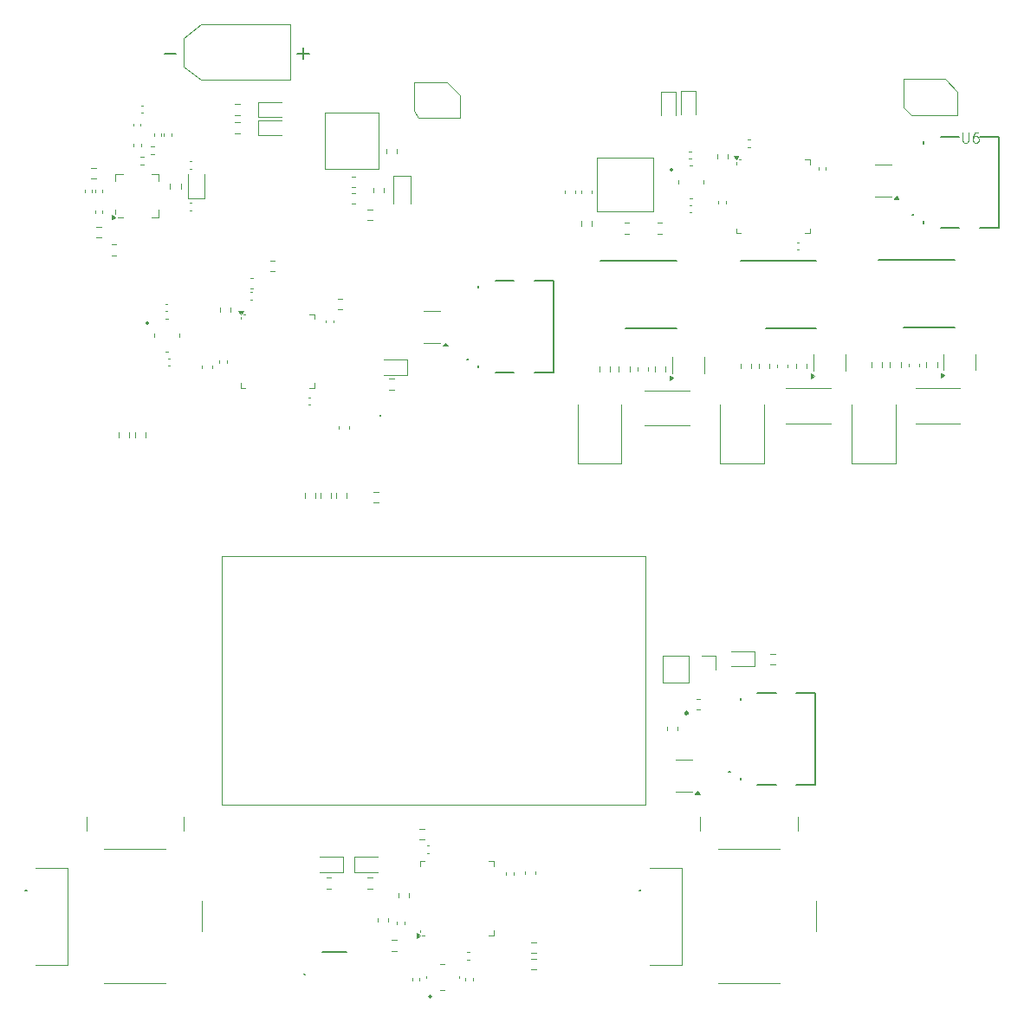
<source format=gbr>
%TF.GenerationSoftware,KiCad,Pcbnew,8.0.5*%
%TF.CreationDate,2024-10-20T13:56:42+02:00*%
%TF.ProjectId,Flight_Controller,466c6967-6874-45f4-936f-6e74726f6c6c,rev?*%
%TF.SameCoordinates,Original*%
%TF.FileFunction,Legend,Top*%
%TF.FilePolarity,Positive*%
%FSLAX46Y46*%
G04 Gerber Fmt 4.6, Leading zero omitted, Abs format (unit mm)*
G04 Created by KiCad (PCBNEW 8.0.5) date 2024-10-20 13:56:42*
%MOMM*%
%LPD*%
G01*
G04 APERTURE LIST*
%ADD10C,0.100000*%
%ADD11C,0.150000*%
%ADD12C,0.120000*%
%ADD13C,0.200000*%
%ADD14C,0.250000*%
G04 APERTURE END LIST*
D10*
X104938095Y-25339576D02*
X104938095Y-26149099D01*
X104938095Y-26149099D02*
X104985714Y-26244337D01*
X104985714Y-26244337D02*
X105033333Y-26291957D01*
X105033333Y-26291957D02*
X105128571Y-26339576D01*
X105128571Y-26339576D02*
X105319047Y-26339576D01*
X105319047Y-26339576D02*
X105414285Y-26291957D01*
X105414285Y-26291957D02*
X105461904Y-26244337D01*
X105461904Y-26244337D02*
X105509523Y-26149099D01*
X105509523Y-26149099D02*
X105509523Y-25339576D01*
X106414285Y-25339576D02*
X106223809Y-25339576D01*
X106223809Y-25339576D02*
X106128571Y-25387195D01*
X106128571Y-25387195D02*
X106080952Y-25434814D01*
X106080952Y-25434814D02*
X105985714Y-25577671D01*
X105985714Y-25577671D02*
X105938095Y-25768147D01*
X105938095Y-25768147D02*
X105938095Y-26149099D01*
X105938095Y-26149099D02*
X105985714Y-26244337D01*
X105985714Y-26244337D02*
X106033333Y-26291957D01*
X106033333Y-26291957D02*
X106128571Y-26339576D01*
X106128571Y-26339576D02*
X106319047Y-26339576D01*
X106319047Y-26339576D02*
X106414285Y-26291957D01*
X106414285Y-26291957D02*
X106461904Y-26244337D01*
X106461904Y-26244337D02*
X106509523Y-26149099D01*
X106509523Y-26149099D02*
X106509523Y-25911004D01*
X106509523Y-25911004D02*
X106461904Y-25815766D01*
X106461904Y-25815766D02*
X106414285Y-25768147D01*
X106414285Y-25768147D02*
X106319047Y-25720528D01*
X106319047Y-25720528D02*
X106128571Y-25720528D01*
X106128571Y-25720528D02*
X106033333Y-25768147D01*
X106033333Y-25768147D02*
X105985714Y-25815766D01*
X105985714Y-25815766D02*
X105938095Y-25911004D01*
D11*
X39928571Y-17614700D02*
X41071429Y-17614700D01*
X40500000Y-18186128D02*
X40500000Y-17043271D01*
X26928571Y-17614700D02*
X28071429Y-17614700D01*
D10*
%TO.C,REF\u002A\u002A*%
X51325000Y-20425000D02*
X54575000Y-20425000D01*
X51325000Y-23200000D02*
X51325000Y-20425000D01*
X51775000Y-23925000D02*
X51325000Y-23200000D01*
X54575000Y-20425000D02*
X55825000Y-21675000D01*
X55825000Y-21675000D02*
X55825000Y-23925000D01*
X55825000Y-23925000D02*
X51775000Y-23925000D01*
D12*
%TO.C,J_VBAT1*%
X32379000Y-42881258D02*
X32379000Y-42406742D01*
X33424000Y-42881258D02*
X33424000Y-42406742D01*
%TO.C,C21*%
X88742164Y-36067157D02*
X88957836Y-36067157D01*
X88742164Y-36787157D02*
X88957836Y-36787157D01*
D10*
%TO.C,U6*%
X99200000Y-20132157D02*
X103200000Y-20132157D01*
X99200000Y-22882157D02*
X99200000Y-20132157D01*
X99950000Y-23632157D02*
X99200000Y-22882157D01*
X103200000Y-20132157D02*
X104450000Y-21382157D01*
X104450000Y-21382157D02*
X104450000Y-23632157D01*
X104450000Y-23632157D02*
X99950000Y-23632157D01*
D12*
%TO.C,R_FBT1*%
X72347258Y-34184657D02*
X71872742Y-34184657D01*
X72347258Y-35229657D02*
X71872742Y-35229657D01*
D10*
%TO.C,L2*%
X69210000Y-27767157D02*
X74690000Y-27767157D01*
X69210000Y-33047157D02*
X69210000Y-27767157D01*
X74690000Y-27767157D02*
X74690000Y-33047157D01*
X74690000Y-33047157D02*
X69210000Y-33047157D01*
D12*
X24903641Y-27690000D02*
X24596359Y-27690000D01*
X24903641Y-28450000D02*
X24596359Y-28450000D01*
%TO.C,D5*%
X75465000Y-21372157D02*
X75465000Y-23657157D01*
X76935000Y-21372157D02*
X75465000Y-21372157D01*
X76935000Y-23657157D02*
X76935000Y-21372157D01*
%TO.C,J_3V3*%
X67677500Y-34019899D02*
X67677500Y-34494415D01*
X68722500Y-34019899D02*
X68722500Y-34494415D01*
%TO.C,R11*%
X97827500Y-47819899D02*
X97827500Y-48294415D01*
X98872500Y-47819899D02*
X98872500Y-48294415D01*
%TO.C,C30*%
X20140000Y-30962164D02*
X20140000Y-31177836D01*
X20860000Y-30962164D02*
X20860000Y-31177836D01*
D13*
%TO.C,J1*%
X100040000Y-33407157D02*
X100040000Y-33407157D01*
X100040000Y-33407157D02*
X100040000Y-33407157D01*
X100140000Y-33407157D02*
X100140000Y-33407157D01*
X101150000Y-26407157D02*
X101150000Y-26207157D01*
X101155000Y-34207157D02*
X101150000Y-34007157D01*
X102828000Y-34677157D02*
X104628000Y-34677157D01*
X104628000Y-25737157D02*
X102828000Y-25737157D01*
X106628000Y-34677157D02*
X108505000Y-34677157D01*
X108505000Y-25737157D02*
X106628000Y-25737157D01*
X108505000Y-34677157D02*
X108505000Y-25737157D01*
X100040000Y-33407157D02*
G75*
G02*
X100140000Y-33407157I50000J0D01*
G01*
X100140000Y-33407157D02*
G75*
G02*
X100040000Y-33407157I-50000J0D01*
G01*
X100140000Y-33407157D02*
G75*
G02*
X100040000Y-33407157I-50000J0D01*
G01*
D12*
%TO.C,C7*%
X40983664Y-51236000D02*
X41199336Y-51236000D01*
X40983664Y-51956000D02*
X41199336Y-51956000D01*
D13*
%TO.C,J1*%
X82100000Y-87800000D02*
X82100000Y-87800000D01*
X82100000Y-87800000D02*
X82100000Y-87800000D01*
X82200000Y-87800000D02*
X82200000Y-87800000D01*
X83210000Y-80800000D02*
X83210000Y-80600000D01*
X83215000Y-88600000D02*
X83210000Y-88400000D01*
X84888000Y-89070000D02*
X86688000Y-89070000D01*
X86688000Y-80130000D02*
X84888000Y-80130000D01*
X88688000Y-89070000D02*
X90565000Y-89070000D01*
X90565000Y-80130000D02*
X88688000Y-80130000D01*
X90565000Y-89070000D02*
X90565000Y-80130000D01*
X82100000Y-87800000D02*
G75*
G02*
X82200000Y-87800000I50000J0D01*
G01*
X82200000Y-87800000D02*
G75*
G02*
X82100000Y-87800000I-50000J0D01*
G01*
X82200000Y-87800000D02*
G75*
G02*
X82100000Y-87800000I-50000J0D01*
G01*
D12*
%TO.C,R20*%
X74827500Y-48219899D02*
X74827500Y-48694415D01*
X75872500Y-48219899D02*
X75872500Y-48694415D01*
%TO.C,R16*%
X22237258Y-36297500D02*
X21762742Y-36297500D01*
X22237258Y-37342500D02*
X21762742Y-37342500D01*
%TO.C,R13*%
X42153500Y-61037258D02*
X42153500Y-60562742D01*
X43198500Y-61037258D02*
X43198500Y-60562742D01*
%TO.C,R17*%
X20237258Y-28797500D02*
X19762742Y-28797500D01*
X20237258Y-29842500D02*
X19762742Y-29842500D01*
%TO.C,R16*%
X83227500Y-48394415D02*
X83227500Y-47919899D01*
X84272500Y-48394415D02*
X84272500Y-47919899D01*
%TO.C,R1*%
X104697064Y-50347157D02*
X100342936Y-50347157D01*
X104697064Y-53767157D02*
X100342936Y-53767157D01*
D13*
%TO.C,S1*%
X13345000Y-99437500D02*
X13345000Y-99437500D01*
X13455000Y-99437500D02*
X13455000Y-99437500D01*
X13455000Y-99437500D02*
X13455000Y-99437500D01*
D10*
X14355000Y-97187500D02*
X14355000Y-97187500D01*
X14355000Y-97187500D02*
X17480000Y-97187500D01*
X14355000Y-106687500D02*
X14355000Y-106687500D01*
X14355000Y-106687500D02*
X17480000Y-106687500D01*
X17480000Y-97187500D02*
X14355000Y-97187500D01*
X17480000Y-97187500D02*
X17480000Y-97187500D01*
X17480000Y-97187500D02*
X17480000Y-97187500D01*
X17480000Y-97187500D02*
X17480000Y-106687500D01*
X17480000Y-97687500D02*
X17480000Y-97687500D01*
X17480000Y-97687500D02*
X17480000Y-106187500D01*
X17480000Y-106187500D02*
X17480000Y-97687500D01*
X17480000Y-106187500D02*
X17480000Y-106187500D01*
X17480000Y-106687500D02*
X14355000Y-106687500D01*
X17480000Y-106687500D02*
X17480000Y-97187500D01*
X17480000Y-106687500D02*
X17480000Y-106687500D01*
X17480000Y-106687500D02*
X17480000Y-106687500D01*
X19305000Y-92237500D02*
X19305000Y-92237500D01*
X19305000Y-92237500D02*
X19305000Y-93612500D01*
X19305000Y-93612500D02*
X19305000Y-92237500D01*
X19305000Y-93612500D02*
X19305000Y-93612500D01*
X21055000Y-95362500D02*
X21055000Y-95362500D01*
X21055000Y-95362500D02*
X21055000Y-95362500D01*
X21055000Y-95362500D02*
X27055000Y-95362500D01*
X21055000Y-95362500D02*
X27055000Y-95362500D01*
X21055000Y-108512500D02*
X21055000Y-108512500D01*
X21055000Y-108512500D02*
X27055000Y-108512500D01*
X27055000Y-95362500D02*
X21055000Y-95362500D01*
X27055000Y-95362500D02*
X21055000Y-95362500D01*
X27055000Y-95362500D02*
X27055000Y-95362500D01*
X27055000Y-95362500D02*
X27055000Y-95362500D01*
X27055000Y-108512500D02*
X21055000Y-108512500D01*
X27055000Y-108512500D02*
X27055000Y-108512500D01*
X28805000Y-92237500D02*
X28805000Y-92237500D01*
X28805000Y-92237500D02*
X28805000Y-93612500D01*
X28805000Y-93612500D02*
X28805000Y-92237500D01*
X28805000Y-93612500D02*
X28805000Y-93612500D01*
X30630000Y-100437500D02*
X30630000Y-100437500D01*
X30630000Y-100437500D02*
X30630000Y-103437500D01*
X30630000Y-103437500D02*
X30630000Y-100437500D01*
X30630000Y-103437500D02*
X30630000Y-103437500D01*
D13*
X13345000Y-99437500D02*
G75*
G02*
X13455000Y-99437500I55000J0D01*
G01*
X13345000Y-99437500D02*
G75*
G02*
X13455000Y-99437500I55000J0D01*
G01*
X13455000Y-99437500D02*
G75*
G02*
X13345000Y-99437500I-55000J0D01*
G01*
D12*
%TO.C,C6*%
X32287500Y-47616164D02*
X32287500Y-47831836D01*
X33007500Y-47616164D02*
X33007500Y-47831836D01*
%TO.C,Y2*%
X29200000Y-29370000D02*
X29200000Y-31770000D01*
X29200000Y-31770000D02*
X30800000Y-31770000D01*
X30800000Y-31770000D02*
X30800000Y-29370000D01*
%TO.C,BT1*%
X75605000Y-76470000D02*
X75605000Y-79130000D01*
X78205000Y-76470000D02*
X75605000Y-76470000D01*
X78205000Y-76470000D02*
X78205000Y-79130000D01*
X78205000Y-79130000D02*
X75605000Y-79130000D01*
X79475000Y-76470000D02*
X80805000Y-76470000D01*
X80805000Y-76470000D02*
X80805000Y-77800000D01*
%TO.C,C15*%
X27267664Y-47426000D02*
X27483336Y-47426000D01*
X27267664Y-48146000D02*
X27483336Y-48146000D01*
%TO.C,C20*%
X84157836Y-26047157D02*
X83942164Y-26047157D01*
X84157836Y-26767157D02*
X83942164Y-26767157D01*
%TO.C,C33*%
X29392164Y-28140000D02*
X29607836Y-28140000D01*
X29392164Y-28860000D02*
X29607836Y-28860000D01*
%TO.C,C16*%
X27229336Y-42092000D02*
X27013664Y-42092000D01*
X27229336Y-42812000D02*
X27013664Y-42812000D01*
%TO.C,R_FBB1*%
X75587258Y-34184657D02*
X75112742Y-34184657D01*
X75587258Y-35229657D02*
X75112742Y-35229657D01*
%TO.C,R5*%
X86637258Y-76277500D02*
X86162742Y-76277500D01*
X86637258Y-77322500D02*
X86162742Y-77322500D01*
D13*
%TO.C,Y1*%
X25259500Y-43862000D02*
X25259500Y-43862000D01*
X25259500Y-44062000D02*
X25259500Y-44062000D01*
D10*
X25909500Y-44962000D02*
X25909500Y-45362000D01*
X27260500Y-43562000D02*
X27059500Y-43562000D01*
X27260500Y-46762000D02*
X27059500Y-46762000D01*
X28409500Y-44962000D02*
X28409500Y-45362000D01*
D13*
X25259500Y-43862000D02*
G75*
G02*
X25259500Y-44062000I0J-100000D01*
G01*
X25259500Y-44062000D02*
G75*
G02*
X25259500Y-43862000I0J100000D01*
G01*
D12*
%TO.C,R22*%
X69427500Y-48694415D02*
X69427500Y-48219899D01*
X70472500Y-48694415D02*
X70472500Y-48219899D01*
D10*
%TO.C,L1*%
X42572000Y-23422000D02*
X47852000Y-23422000D01*
X42572000Y-28902000D02*
X42572000Y-23422000D01*
X47852000Y-23422000D02*
X47852000Y-28902000D01*
X47852000Y-28902000D02*
X42572000Y-28902000D01*
D12*
%TO.C,R21*%
X71327500Y-48219899D02*
X71327500Y-48694415D01*
X72372500Y-48219899D02*
X72372500Y-48694415D01*
%TO.C,C14*%
X30613500Y-48104420D02*
X30613500Y-48385580D01*
X31633500Y-48104420D02*
X31633500Y-48385580D01*
%TO.C,U1*%
X51890000Y-96590000D02*
X52365000Y-96590000D01*
X51890000Y-97065000D02*
X51890000Y-96590000D01*
X51890000Y-103335000D02*
X51890000Y-103510000D01*
X52365000Y-103810000D02*
X52130000Y-103810000D01*
X59110000Y-96590000D02*
X58635000Y-96590000D01*
X59110000Y-97065000D02*
X59110000Y-96590000D01*
X59110000Y-103335000D02*
X59110000Y-103810000D01*
X59110000Y-103810000D02*
X58635000Y-103810000D01*
X51890000Y-103810000D02*
X51560000Y-104050000D01*
X51560000Y-103570000D01*
X51890000Y-103810000D01*
G36*
X51890000Y-103810000D02*
G01*
X51560000Y-104050000D01*
X51560000Y-103570000D01*
X51890000Y-103810000D01*
G37*
%TO.C,R_FBT1*%
X47339500Y-30750742D02*
X47339500Y-31225258D01*
X48384500Y-30750742D02*
X48384500Y-31225258D01*
%TO.C,R_FBB1*%
X48609500Y-26940742D02*
X48609500Y-27415258D01*
X49654500Y-26940742D02*
X49654500Y-27415258D01*
%TO.C,C23*%
X90840000Y-28964993D02*
X90840000Y-28749321D01*
X91560000Y-28964993D02*
X91560000Y-28749321D01*
%TO.C,C35*%
X24642164Y-22710000D02*
X24857836Y-22710000D01*
X24642164Y-23430000D02*
X24857836Y-23430000D01*
%TO.C,R14*%
X27477500Y-30332742D02*
X27477500Y-30807258D01*
X28522500Y-30332742D02*
X28522500Y-30807258D01*
D10*
%TO.C,Y1*%
X52500000Y-107799000D02*
X52500000Y-108000000D01*
D13*
X52800000Y-109800000D02*
X52800000Y-109800000D01*
X53000000Y-109800000D02*
X53000000Y-109800000D01*
D10*
X53900000Y-106650000D02*
X54300000Y-106650000D01*
X53900000Y-109150000D02*
X54300000Y-109150000D01*
X55700000Y-107799000D02*
X55700000Y-108000000D01*
D13*
X52800000Y-109800000D02*
G75*
G02*
X53000000Y-109800000I100000J0D01*
G01*
X53000000Y-109800000D02*
G75*
G02*
X52800000Y-109800000I-100000J0D01*
G01*
D12*
%TO.C,D6*%
X77415000Y-21322157D02*
X77415000Y-23607157D01*
X78885000Y-21322157D02*
X77415000Y-21322157D01*
X78885000Y-23607157D02*
X78885000Y-21322157D01*
%TO.C,D4*%
X48350000Y-49035000D02*
X50635000Y-49035000D01*
X50635000Y-47565000D02*
X48350000Y-47565000D01*
X50635000Y-49035000D02*
X50635000Y-47565000D01*
%TO.C,R7*%
X22427500Y-54662742D02*
X22427500Y-55137258D01*
X23472500Y-54662742D02*
X23472500Y-55137258D01*
%TO.C,C6*%
X49640000Y-102492164D02*
X49640000Y-102707836D01*
X50360000Y-102492164D02*
X50360000Y-102707836D01*
%TO.C,C19*%
X81090000Y-32069321D02*
X81090000Y-32284993D01*
X81810000Y-32069321D02*
X81810000Y-32284993D01*
%TO.C,C32*%
X29392164Y-32210000D02*
X29607836Y-32210000D01*
X29392164Y-32930000D02*
X29607836Y-32930000D01*
%TO.C,R12*%
X40629500Y-61037258D02*
X40629500Y-60562742D01*
X41674500Y-61037258D02*
X41674500Y-60562742D01*
%TO.C,D1*%
X82312500Y-77535000D02*
X84597500Y-77535000D01*
X84597500Y-76065000D02*
X82312500Y-76065000D01*
X84597500Y-77535000D02*
X84597500Y-76065000D01*
%TO.C,J2*%
X37737258Y-37877500D02*
X37262742Y-37877500D01*
X37737258Y-38922500D02*
X37262742Y-38922500D01*
%TO.C,C14*%
X62190000Y-97840580D02*
X62190000Y-97559420D01*
X63210000Y-97840580D02*
X63210000Y-97559420D01*
%TO.C,C7*%
X56492164Y-105440000D02*
X56707836Y-105440000D01*
X56492164Y-106160000D02*
X56707836Y-106160000D01*
%TO.C,R1*%
X47249758Y-98177500D02*
X46775242Y-98177500D01*
X47249758Y-99222500D02*
X46775242Y-99222500D01*
D13*
%TO.C,C16*%
X69525000Y-37857157D02*
X76950000Y-37857157D01*
X72000000Y-44457157D02*
X76950000Y-44457157D01*
D12*
%TO.C,R15*%
X20262742Y-34547500D02*
X20737258Y-34547500D01*
X20262742Y-35592500D02*
X20737258Y-35592500D01*
%TO.C,D3*%
X36107000Y-24157000D02*
X36107000Y-25627000D01*
X36107000Y-25627000D02*
X38392000Y-25627000D01*
X38392000Y-24157000D02*
X36107000Y-24157000D01*
%TO.C,R12*%
X96027500Y-48294415D02*
X96027500Y-47819899D01*
X97072500Y-48294415D02*
X97072500Y-47819899D01*
%TO.C,C4*%
X47790000Y-102159420D02*
X47790000Y-102440580D01*
X48810000Y-102159420D02*
X48810000Y-102440580D01*
%TO.C,BT1*%
X28790000Y-16090000D02*
X28790000Y-18910000D01*
X28790000Y-16090000D02*
X30490000Y-14790000D01*
X28790000Y-18910000D02*
X30490000Y-20210000D01*
X30490000Y-14790000D02*
X39210000Y-14790000D01*
X30490000Y-20210000D02*
X39210000Y-20210000D01*
X39210000Y-14790000D02*
X39210000Y-20210000D01*
%TO.C,U2*%
X34371500Y-43573000D02*
X34371500Y-43338000D01*
X34371500Y-50318000D02*
X34371500Y-49843000D01*
X34846500Y-43098000D02*
X34671500Y-43098000D01*
X34846500Y-50318000D02*
X34371500Y-50318000D01*
X41116500Y-43098000D02*
X41591500Y-43098000D01*
X41116500Y-50318000D02*
X41591500Y-50318000D01*
X41591500Y-43098000D02*
X41591500Y-43573000D01*
X41591500Y-50318000D02*
X41591500Y-49843000D01*
X34371500Y-43098000D02*
X34131500Y-42768000D01*
X34611500Y-42768000D01*
X34371500Y-43098000D01*
G36*
X34371500Y-43098000D02*
G01*
X34131500Y-42768000D01*
X34611500Y-42768000D01*
X34371500Y-43098000D01*
G37*
%TO.C,C34*%
X23890000Y-24677836D02*
X23890000Y-24462164D01*
X24610000Y-24677836D02*
X24610000Y-24462164D01*
D14*
%TO.C,IC1*%
X78075000Y-82100000D02*
G75*
G02*
X77825000Y-82100000I-125000J0D01*
G01*
X77825000Y-82100000D02*
G75*
G02*
X78075000Y-82100000I125000J0D01*
G01*
D12*
%TO.C,C5*%
X45259420Y-31240000D02*
X45540580Y-31240000D01*
X45259420Y-32260000D02*
X45540580Y-32260000D01*
%TO.C,D2*%
X45515000Y-96165000D02*
X45515000Y-97635000D01*
X45515000Y-97635000D02*
X47800000Y-97635000D01*
X47800000Y-96165000D02*
X45515000Y-96165000D01*
D10*
%TO.C,IC4*%
X47994000Y-52956000D02*
X47994000Y-52956000D01*
X47994000Y-53056000D02*
X47994000Y-53056000D01*
X47994000Y-52956000D02*
G75*
G02*
X47994000Y-53056000I0J-50000D01*
G01*
X47994000Y-53056000D02*
G75*
G02*
X47994000Y-52956000I0J50000D01*
G01*
D13*
%TO.C,Y1*%
X76487000Y-28882157D02*
X76487000Y-28882157D01*
X76487000Y-29082157D02*
X76487000Y-29082157D01*
D10*
X77137000Y-29982157D02*
X77137000Y-30382157D01*
X78488000Y-28582157D02*
X78287000Y-28582157D01*
X78488000Y-31782157D02*
X78287000Y-31782157D01*
X79637000Y-29982157D02*
X79637000Y-30382157D01*
D13*
X76487000Y-28882157D02*
G75*
G02*
X76487000Y-29082157I0J-100000D01*
G01*
X76487000Y-29082157D02*
G75*
G02*
X76487000Y-28882157I0J100000D01*
G01*
%TO.C,S2*%
X73345000Y-99437500D02*
X73345000Y-99437500D01*
X73455000Y-99437500D02*
X73455000Y-99437500D01*
X73455000Y-99437500D02*
X73455000Y-99437500D01*
D10*
X74355000Y-97187500D02*
X74355000Y-97187500D01*
X74355000Y-97187500D02*
X77480000Y-97187500D01*
X74355000Y-106687500D02*
X74355000Y-106687500D01*
X74355000Y-106687500D02*
X77480000Y-106687500D01*
X77480000Y-97187500D02*
X74355000Y-97187500D01*
X77480000Y-97187500D02*
X77480000Y-97187500D01*
X77480000Y-97187500D02*
X77480000Y-97187500D01*
X77480000Y-97187500D02*
X77480000Y-106687500D01*
X77480000Y-97687500D02*
X77480000Y-97687500D01*
X77480000Y-97687500D02*
X77480000Y-106187500D01*
X77480000Y-106187500D02*
X77480000Y-97687500D01*
X77480000Y-106187500D02*
X77480000Y-106187500D01*
X77480000Y-106687500D02*
X74355000Y-106687500D01*
X77480000Y-106687500D02*
X77480000Y-97187500D01*
X77480000Y-106687500D02*
X77480000Y-106687500D01*
X77480000Y-106687500D02*
X77480000Y-106687500D01*
X79305000Y-92237500D02*
X79305000Y-92237500D01*
X79305000Y-92237500D02*
X79305000Y-93612500D01*
X79305000Y-93612500D02*
X79305000Y-92237500D01*
X79305000Y-93612500D02*
X79305000Y-93612500D01*
X81055000Y-95362500D02*
X81055000Y-95362500D01*
X81055000Y-95362500D02*
X81055000Y-95362500D01*
X81055000Y-95362500D02*
X87055000Y-95362500D01*
X81055000Y-95362500D02*
X87055000Y-95362500D01*
X81055000Y-108512500D02*
X81055000Y-108512500D01*
X81055000Y-108512500D02*
X87055000Y-108512500D01*
X87055000Y-95362500D02*
X81055000Y-95362500D01*
X87055000Y-95362500D02*
X81055000Y-95362500D01*
X87055000Y-95362500D02*
X87055000Y-95362500D01*
X87055000Y-95362500D02*
X87055000Y-95362500D01*
X87055000Y-108512500D02*
X81055000Y-108512500D01*
X87055000Y-108512500D02*
X87055000Y-108512500D01*
X88805000Y-92237500D02*
X88805000Y-92237500D01*
X88805000Y-92237500D02*
X88805000Y-93612500D01*
X88805000Y-93612500D02*
X88805000Y-92237500D01*
X88805000Y-93612500D02*
X88805000Y-93612500D01*
X90630000Y-100437500D02*
X90630000Y-100437500D01*
X90630000Y-100437500D02*
X90630000Y-103437500D01*
X90630000Y-103437500D02*
X90630000Y-100437500D01*
X90630000Y-103437500D02*
X90630000Y-103437500D01*
D13*
X73345000Y-99437500D02*
G75*
G02*
X73455000Y-99437500I55000J0D01*
G01*
X73345000Y-99437500D02*
G75*
G02*
X73455000Y-99437500I55000J0D01*
G01*
X73455000Y-99437500D02*
G75*
G02*
X73345000Y-99437500I-55000J0D01*
G01*
D12*
%TO.C,C2*%
X76090000Y-83740580D02*
X76090000Y-83459420D01*
X77110000Y-83740580D02*
X77110000Y-83459420D01*
%TO.C,C29*%
X19140000Y-30962164D02*
X19140000Y-31177836D01*
X19860000Y-30962164D02*
X19860000Y-31177836D01*
%TO.C,R5*%
X33798742Y-22591500D02*
X34273258Y-22591500D01*
X33798742Y-23636500D02*
X34273258Y-23636500D01*
%TO.C,D2*%
X49298000Y-29590000D02*
X49298000Y-32250000D01*
X50998000Y-29590000D02*
X49298000Y-29590000D01*
X50998000Y-29590000D02*
X50998000Y-32250000D01*
%TO.C,J_3V1*%
X47237258Y-32877500D02*
X46762742Y-32877500D01*
X47237258Y-33922500D02*
X46762742Y-33922500D01*
%TO.C,C1*%
X99640000Y-48197737D02*
X99640000Y-47916577D01*
X100660000Y-48197737D02*
X100660000Y-47916577D01*
D10*
%TO.C,S3*%
X40550000Y-107600000D02*
X40550000Y-107600000D01*
X40650000Y-107600000D02*
X40650000Y-107600000D01*
D13*
X42350000Y-105400000D02*
X44750000Y-105400000D01*
D10*
X40550000Y-107600000D02*
G75*
G02*
X40650000Y-107600000I50000J0D01*
G01*
X40650000Y-107600000D02*
G75*
G02*
X40550000Y-107600000I-50000J0D01*
G01*
D12*
%TO.C,C17*%
X73140000Y-48597737D02*
X73140000Y-48316577D01*
X74160000Y-48597737D02*
X74160000Y-48316577D01*
D13*
%TO.C,C2*%
X96725000Y-37757157D02*
X104150000Y-37757157D01*
X99200000Y-44357157D02*
X104150000Y-44357157D01*
D12*
%TO.C,C8*%
X42701500Y-43907836D02*
X42701500Y-43692164D01*
X43421500Y-43907836D02*
X43421500Y-43692164D01*
%TO.C,R12*%
X63237258Y-104477500D02*
X62762742Y-104477500D01*
X63237258Y-105522500D02*
X62762742Y-105522500D01*
%TO.C,R14*%
X88627500Y-47919899D02*
X88627500Y-48394415D01*
X89672500Y-47919899D02*
X89672500Y-48394415D01*
%TO.C,R13*%
X92027064Y-50347157D02*
X87672936Y-50347157D01*
X92027064Y-53767157D02*
X87672936Y-53767157D01*
D13*
%TO.C,C8*%
X83225000Y-37857157D02*
X90650000Y-37857157D01*
X85700000Y-44457157D02*
X90650000Y-44457157D01*
D12*
%TO.C,D7*%
X94100000Y-57717157D02*
X94100000Y-51907157D01*
X94100000Y-57717157D02*
X98400000Y-57717157D01*
X98400000Y-57717157D02*
X98400000Y-51907157D01*
%TO.C,C10*%
X45259420Y-29690000D02*
X45540580Y-29690000D01*
X45259420Y-30710000D02*
X45540580Y-30710000D01*
%TO.C,D1*%
X36107000Y-22379000D02*
X36107000Y-23849000D01*
X36107000Y-23849000D02*
X38392000Y-23849000D01*
X38392000Y-22379000D02*
X36107000Y-22379000D01*
%TO.C,U1*%
X82790000Y-28442157D02*
X82790000Y-28207157D01*
X82790000Y-35187157D02*
X82790000Y-34712157D01*
X83265000Y-27967157D02*
X83090000Y-27967157D01*
X83265000Y-35187157D02*
X82790000Y-35187157D01*
X89535000Y-27967157D02*
X90010000Y-27967157D01*
X89535000Y-35187157D02*
X90010000Y-35187157D01*
X90010000Y-27967157D02*
X90010000Y-28442157D01*
X90010000Y-35187157D02*
X90010000Y-34712157D01*
X82790000Y-27967157D02*
X82550000Y-27637157D01*
X83030000Y-27637157D01*
X82790000Y-27967157D01*
G36*
X82790000Y-27967157D02*
G01*
X82550000Y-27637157D01*
X83030000Y-27637157D01*
X82790000Y-27967157D01*
G37*
%TO.C,R11*%
X63237258Y-106077500D02*
X62762742Y-106077500D01*
X63237258Y-107122500D02*
X62762742Y-107122500D01*
%TO.C,C31*%
X20140000Y-33177836D02*
X20140000Y-32962164D01*
X20860000Y-33177836D02*
X20860000Y-32962164D01*
%TO.C,J_VUSB1*%
X43840242Y-41613500D02*
X44314758Y-41613500D01*
X43840242Y-42658500D02*
X44314758Y-42658500D01*
%TO.C,U1*%
X53092000Y-42808000D02*
X52292000Y-42808000D01*
X53092000Y-42808000D02*
X53892000Y-42808000D01*
X53092000Y-45928000D02*
X52292000Y-45928000D01*
X53092000Y-45928000D02*
X53892000Y-45928000D01*
X54632000Y-46208000D02*
X54152000Y-46208000D01*
X54392000Y-45878000D01*
X54632000Y-46208000D01*
G36*
X54632000Y-46208000D02*
G01*
X54152000Y-46208000D01*
X54392000Y-45878000D01*
X54632000Y-46208000D01*
G37*
%TO.C,L3*%
X25903641Y-26690000D02*
X25596359Y-26690000D01*
X25903641Y-27450000D02*
X25596359Y-27450000D01*
%TO.C,C4*%
X35582080Y-39594000D02*
X35300920Y-39594000D01*
X35582080Y-40614000D02*
X35300920Y-40614000D01*
%TO.C,C15*%
X56340000Y-108207836D02*
X56340000Y-107992164D01*
X57060000Y-108207836D02*
X57060000Y-107992164D01*
%TO.C,U4*%
X90390000Y-47857157D02*
X90390000Y-47057157D01*
X90390000Y-47857157D02*
X90390000Y-48657157D01*
X93510000Y-47857157D02*
X93510000Y-47057157D01*
X93510000Y-47857157D02*
X93510000Y-48657157D01*
X90440000Y-49157157D02*
X90110000Y-49397157D01*
X90110000Y-48917157D01*
X90440000Y-49157157D01*
G36*
X90440000Y-49157157D02*
G01*
X90110000Y-49397157D01*
X90110000Y-48917157D01*
X90440000Y-49157157D01*
G37*
%TO.C,J_VBAT1*%
X49637258Y-104277500D02*
X49162742Y-104277500D01*
X49637258Y-105322500D02*
X49162742Y-105322500D01*
%TO.C,D8*%
X81200000Y-57717157D02*
X81200000Y-51907157D01*
X81200000Y-57717157D02*
X85500000Y-57717157D01*
X85500000Y-57717157D02*
X85500000Y-51907157D01*
%TO.C,R18*%
X48912742Y-49427500D02*
X49387258Y-49427500D01*
X48912742Y-50472500D02*
X49387258Y-50472500D01*
%TO.C,R15*%
X85027500Y-47919899D02*
X85027500Y-48394415D01*
X86072500Y-47919899D02*
X86072500Y-48394415D01*
%TO.C,C37*%
X25890000Y-25677836D02*
X25890000Y-25462164D01*
X26610000Y-25677836D02*
X26610000Y-25462164D01*
%TO.C,R4*%
X101397500Y-47819899D02*
X101397500Y-48294415D01*
X102442500Y-47819899D02*
X102442500Y-48294415D01*
D13*
%TO.C,J1*%
X56519500Y-47522000D02*
X56519500Y-47522000D01*
X56519500Y-47522000D02*
X56519500Y-47522000D01*
X56619500Y-47522000D02*
X56619500Y-47522000D01*
X57629500Y-40522000D02*
X57629500Y-40322000D01*
X57634500Y-48322000D02*
X57629500Y-48122000D01*
X59307500Y-48792000D02*
X61107500Y-48792000D01*
X61107500Y-39852000D02*
X59307500Y-39852000D01*
X63107500Y-48792000D02*
X64984500Y-48792000D01*
X64984500Y-39852000D02*
X63107500Y-39852000D01*
X64984500Y-48792000D02*
X64984500Y-39852000D01*
X56519500Y-47522000D02*
G75*
G02*
X56619500Y-47522000I50000J0D01*
G01*
X56619500Y-47522000D02*
G75*
G02*
X56519500Y-47522000I-50000J0D01*
G01*
X56619500Y-47522000D02*
G75*
G02*
X56519500Y-47522000I-50000J0D01*
G01*
D12*
%TO.C,R11*%
X47837258Y-60477500D02*
X47362742Y-60477500D01*
X47837258Y-61522500D02*
X47362742Y-61522500D01*
%TO.C,C9*%
X60340000Y-97907836D02*
X60340000Y-97692164D01*
X61060000Y-97907836D02*
X61060000Y-97692164D01*
%TO.C,L4*%
X23870000Y-26723641D02*
X23870000Y-26416359D01*
X24630000Y-26723641D02*
X24630000Y-26416359D01*
%TO.C,J_VUSB1*%
X51862742Y-93377500D02*
X52337258Y-93377500D01*
X51862742Y-94422500D02*
X52337258Y-94422500D01*
%TO.C,R19*%
X78227064Y-50547157D02*
X73872936Y-50547157D01*
X78227064Y-53967157D02*
X73872936Y-53967157D01*
%TO.C,R6*%
X42762742Y-98177500D02*
X43237258Y-98177500D01*
X42762742Y-99222500D02*
X43237258Y-99222500D01*
%TO.C,J_BOOT1*%
X49777500Y-100137258D02*
X49777500Y-99662742D01*
X50822500Y-100137258D02*
X50822500Y-99662742D01*
%TO.C,D3*%
X42100000Y-97635000D02*
X44385000Y-97635000D01*
X44385000Y-96165000D02*
X42100000Y-96165000D01*
X44385000Y-97635000D02*
X44385000Y-96165000D01*
%TO.C,C21*%
X43940000Y-54311580D02*
X43940000Y-54030420D01*
X44960000Y-54311580D02*
X44960000Y-54030420D01*
%TO.C,C8*%
X52807836Y-95040000D02*
X52592164Y-95040000D01*
X52807836Y-95760000D02*
X52592164Y-95760000D01*
%TO.C,C26*%
X78237164Y-32447157D02*
X78452836Y-32447157D01*
X78237164Y-33167157D02*
X78452836Y-33167157D01*
%TO.C,C27*%
X78407836Y-27197157D02*
X78192164Y-27197157D01*
X78407836Y-27917157D02*
X78192164Y-27917157D01*
%TO.C,U3*%
X103090000Y-47782157D02*
X103090000Y-46982157D01*
X103090000Y-47782157D02*
X103090000Y-48582157D01*
X106210000Y-47782157D02*
X106210000Y-46982157D01*
X106210000Y-47782157D02*
X106210000Y-48582157D01*
X103140000Y-49082157D02*
X102810000Y-49322157D01*
X102810000Y-48842157D01*
X103140000Y-49082157D01*
G36*
X103140000Y-49082157D02*
G01*
X102810000Y-49322157D01*
X102810000Y-48842157D01*
X103140000Y-49082157D01*
G37*
%TO.C,C9*%
X35507836Y-40940000D02*
X35292164Y-40940000D01*
X35507836Y-41660000D02*
X35292164Y-41660000D01*
%TO.C,U2*%
X77700000Y-86640000D02*
X76900000Y-86640000D01*
X77700000Y-86640000D02*
X78500000Y-86640000D01*
X77700000Y-89760000D02*
X76900000Y-89760000D01*
X77700000Y-89760000D02*
X78500000Y-89760000D01*
X79240000Y-90040000D02*
X78760000Y-90040000D01*
X79000000Y-89710000D01*
X79240000Y-90040000D01*
G36*
X79240000Y-90040000D02*
G01*
X78760000Y-90040000D01*
X79000000Y-89710000D01*
X79240000Y-90040000D01*
G37*
%TO.C,C12*%
X66050000Y-30991577D02*
X66050000Y-31272737D01*
X67070000Y-30991577D02*
X67070000Y-31272737D01*
%TO.C,C16*%
X51140000Y-107992164D02*
X51140000Y-108207836D01*
X51860000Y-107992164D02*
X51860000Y-108207836D01*
%TO.C,C11*%
X67700000Y-30991577D02*
X67700000Y-31272737D01*
X68720000Y-30991577D02*
X68720000Y-31272737D01*
%TO.C,R10*%
X43677500Y-61037258D02*
X43677500Y-60562742D01*
X44722500Y-61037258D02*
X44722500Y-60562742D01*
%TO.C,R6*%
X33798742Y-24369500D02*
X34273258Y-24369500D01*
X33798742Y-25414500D02*
X34273258Y-25414500D01*
%TO.C,C9*%
X86840000Y-48297737D02*
X86840000Y-48016577D01*
X87860000Y-48297737D02*
X87860000Y-48016577D01*
%TO.C,D9*%
X67300000Y-57717157D02*
X67300000Y-51907157D01*
X67300000Y-57717157D02*
X71600000Y-57717157D01*
X71600000Y-57717157D02*
X71600000Y-51907157D01*
%TO.C,J_VBAT1*%
X80927500Y-27894415D02*
X80927500Y-27419899D01*
X81972500Y-27894415D02*
X81972500Y-27419899D01*
%TO.C,C1*%
X78959420Y-80715000D02*
X79240580Y-80715000D01*
X78959420Y-81735000D02*
X79240580Y-81735000D01*
%TO.C,U5*%
X76590000Y-48042157D02*
X76590000Y-47242157D01*
X76590000Y-48042157D02*
X76590000Y-48842157D01*
X79710000Y-48042157D02*
X79710000Y-47242157D01*
X79710000Y-48042157D02*
X79710000Y-48842157D01*
X76640000Y-49342157D02*
X76310000Y-49582157D01*
X76310000Y-49102157D01*
X76640000Y-49342157D01*
G36*
X76640000Y-49342157D02*
G01*
X76310000Y-49582157D01*
X76310000Y-49102157D01*
X76640000Y-49342157D01*
G37*
D10*
%TO.C,DS1*%
X32500000Y-66750000D02*
X73900000Y-66750000D01*
X32500000Y-91050000D02*
X32500000Y-66750000D01*
X73900000Y-66750000D02*
X73900000Y-91050000D01*
X73900000Y-91050000D02*
X32500000Y-91050000D01*
D12*
%TO.C,C36*%
X26890000Y-25462164D02*
X26890000Y-25677836D01*
X27610000Y-25462164D02*
X27610000Y-25677836D01*
%TO.C,U5*%
X22140000Y-29390000D02*
X22865000Y-29390000D01*
X22140000Y-30115000D02*
X22140000Y-29390000D01*
X22140000Y-32885000D02*
X22140000Y-33310000D01*
X22865000Y-33610000D02*
X22380000Y-33610000D01*
X26360000Y-29390000D02*
X25635000Y-29390000D01*
X26360000Y-30115000D02*
X26360000Y-29390000D01*
X26360000Y-32885000D02*
X26360000Y-33610000D01*
X26360000Y-33610000D02*
X25635000Y-33610000D01*
X22140000Y-33610000D02*
X21810000Y-33850000D01*
X21810000Y-33370000D01*
X22140000Y-33610000D01*
G36*
X22140000Y-33610000D02*
G01*
X21810000Y-33850000D01*
X21810000Y-33370000D01*
X22140000Y-33610000D01*
G37*
%TO.C,R8*%
X24077500Y-55137258D02*
X24077500Y-54662742D01*
X25122500Y-55137258D02*
X25122500Y-54662742D01*
%TO.C,U2*%
X97160000Y-28487157D02*
X96360000Y-28487157D01*
X97160000Y-28487157D02*
X97960000Y-28487157D01*
X97160000Y-31607157D02*
X96360000Y-31607157D01*
X97160000Y-31607157D02*
X97960000Y-31607157D01*
X98700000Y-31887157D02*
X98220000Y-31887157D01*
X98460000Y-31557157D01*
X98700000Y-31887157D01*
G36*
X98700000Y-31887157D02*
G01*
X98220000Y-31887157D01*
X98460000Y-31557157D01*
X98700000Y-31887157D01*
G37*
%TD*%
M02*

</source>
